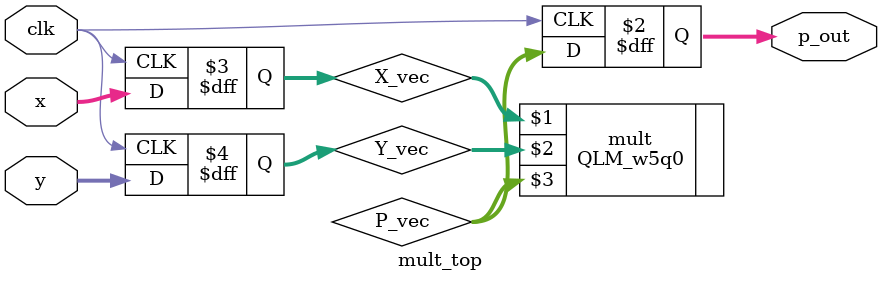
<source format=v>


module mult_top(
    // Clock and reset
    input clk,
    // Input X has a form x_i%d where %d denotes the bit number
    input  [15:0] x,
    // Input Y has a form y_i%d where %d denotes the bit number
    input  [15:0] y,
    // Output P has a form p_out%d where %d denotes the bit number
    output reg [31:0] p_out
    );

    
    // Now we have X_vec and Y_vec signal 
    // Then we do processing with these signals and store the 
    // intermidiate result in P_vec
    // For example purposes X_vec and Y_vec are concanated and stored in P_vec
    wire [31:0] P_vec;
    reg [15:0] X_vec;
    reg [15:0] Y_vec;
    
    QLM_w5q0 mult(X_vec,Y_vec,P_vec); 

 
    always @(posedge clk) 
    begin
        p_out = P_vec;
        X_vec = x;
        Y_vec = y;
    end

endmodule 


</source>
